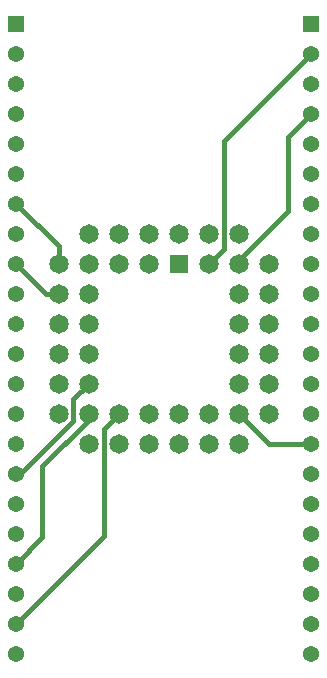
<source format=gbr>
%TF.GenerationSoftware,KiCad,Pcbnew,8.0.5*%
%TF.CreationDate,2024-10-23T12:28:46+01:00*%
%TF.ProjectId,PLCC to DIP 44 True,504c4343-2074-46f2-9044-495020343420,rev?*%
%TF.SameCoordinates,Original*%
%TF.FileFunction,Copper,L1,Top*%
%TF.FilePolarity,Positive*%
%FSLAX46Y46*%
G04 Gerber Fmt 4.6, Leading zero omitted, Abs format (unit mm)*
G04 Created by KiCad (PCBNEW 8.0.5) date 2024-10-23 12:28:46*
%MOMM*%
%LPD*%
G01*
G04 APERTURE LIST*
%TA.AperFunction,ComponentPad*%
%ADD10R,1.370000X1.370000*%
%TD*%
%TA.AperFunction,ComponentPad*%
%ADD11C,1.370000*%
%TD*%
%TA.AperFunction,ComponentPad*%
%ADD12R,1.650000X1.650000*%
%TD*%
%TA.AperFunction,ComponentPad*%
%ADD13C,1.650000*%
%TD*%
%TA.AperFunction,Conductor*%
%ADD14C,0.400000*%
%TD*%
%TA.AperFunction,Conductor*%
%ADD15C,0.200000*%
%TD*%
G04 APERTURE END LIST*
D10*
%TO.P,J2,01,01*%
%TO.N,Net-(J1-Pad1)*%
X117500000Y-56330000D03*
D11*
%TO.P,J2,02,02*%
%TO.N,Net-(J1-Pad2)*%
X117500000Y-58870000D03*
%TO.P,J2,03,03*%
%TO.N,Net-(J1-Pad3)*%
X117500000Y-61410000D03*
%TO.P,J2,04,04*%
%TO.N,Net-(J1-Pad4)*%
X117500000Y-63950000D03*
%TO.P,J2,05,05*%
%TO.N,Net-(J1-Pad5)*%
X117500000Y-66490000D03*
%TO.P,J2,06,06*%
%TO.N,Net-(J1-Pad6)*%
X117500000Y-69030000D03*
%TO.P,J2,07,07*%
%TO.N,Net-(J1-Pad7)*%
X117500000Y-71570000D03*
%TO.P,J2,08,08*%
%TO.N,Net-(J1-Pad8)*%
X117500000Y-74110000D03*
%TO.P,J2,09,09*%
%TO.N,Net-(J1-Pad9)*%
X117500000Y-76650000D03*
%TO.P,J2,10,10*%
%TO.N,Net-(J1-Pad10)*%
X117500000Y-79190000D03*
%TO.P,J2,11,11*%
%TO.N,Net-(J1-Pad11)*%
X117500000Y-81730000D03*
%TO.P,J2,12,12*%
%TO.N,Net-(J1-Pad12)*%
X117500000Y-84270000D03*
%TO.P,J2,13,13*%
%TO.N,Net-(J1-Pad13)*%
X117500000Y-86810000D03*
%TO.P,J2,14,14*%
%TO.N,Net-(J1-Pad14)*%
X117500000Y-89350000D03*
%TO.P,J2,15,15*%
%TO.N,Net-(J1-Pad15)*%
X117500000Y-91890000D03*
%TO.P,J2,16,16*%
%TO.N,Net-(J1-Pad16)*%
X117500000Y-94430000D03*
%TO.P,J2,17,17*%
%TO.N,Net-(J1-Pad17)*%
X117500000Y-96970000D03*
%TO.P,J2,18,18*%
%TO.N,Net-(J1-Pad18)*%
X117500000Y-99510000D03*
%TO.P,J2,19,19*%
%TO.N,Net-(J1-Pad19)*%
X117500000Y-102050000D03*
%TO.P,J2,20,20*%
%TO.N,Net-(J1-Pad20)*%
X117500000Y-104590000D03*
%TO.P,J2,21,21*%
%TO.N,Net-(J1-Pad21)*%
X117500000Y-107130000D03*
%TO.P,J2,22,22*%
%TO.N,Net-(J1-Pad22)*%
X117500000Y-109670000D03*
%TD*%
D10*
%TO.P,J3,01,01*%
%TO.N,Net-(J1-Pad44)*%
X142500000Y-56330000D03*
D11*
%TO.P,J3,02,02*%
%TO.N,Net-(J1-Pad43)*%
X142500000Y-58870000D03*
%TO.P,J3,03,03*%
%TO.N,Net-(J1-Pad42)*%
X142500000Y-61410000D03*
%TO.P,J3,04,04*%
%TO.N,Net-(J1-Pad41)*%
X142500000Y-63950000D03*
%TO.P,J3,05,05*%
%TO.N,Net-(J1-Pad40)*%
X142500000Y-66490000D03*
%TO.P,J3,06,06*%
%TO.N,Net-(J1-Pad39)*%
X142500000Y-69030000D03*
%TO.P,J3,07,07*%
%TO.N,Net-(J1-Pad38)*%
X142500000Y-71570000D03*
%TO.P,J3,08,08*%
%TO.N,Net-(J1-Pad37)*%
X142500000Y-74110000D03*
%TO.P,J3,09,09*%
%TO.N,Net-(J1-Pad36)*%
X142500000Y-76650000D03*
%TO.P,J3,10,10*%
%TO.N,Net-(J1-Pad35)*%
X142500000Y-79190000D03*
%TO.P,J3,11,11*%
%TO.N,Net-(J1-Pad34)*%
X142500000Y-81730000D03*
%TO.P,J3,12,12*%
%TO.N,Net-(J1-Pad33)*%
X142500000Y-84270000D03*
%TO.P,J3,13,13*%
%TO.N,Net-(J1-Pad32)*%
X142500000Y-86810000D03*
%TO.P,J3,14,14*%
%TO.N,Net-(J1-Pad31)*%
X142500000Y-89350000D03*
%TO.P,J3,15,15*%
%TO.N,Net-(J1-Pad30)*%
X142500000Y-91890000D03*
%TO.P,J3,16,16*%
%TO.N,Net-(J1-Pad29)*%
X142500000Y-94430000D03*
%TO.P,J3,17,17*%
%TO.N,Net-(J1-Pad28)*%
X142500000Y-96970000D03*
%TO.P,J3,18,18*%
%TO.N,Net-(J1-Pad27)*%
X142500000Y-99510000D03*
%TO.P,J3,19,19*%
%TO.N,Net-(J1-Pad26)*%
X142500000Y-102050000D03*
%TO.P,J3,20,20*%
%TO.N,Net-(J1-Pad25)*%
X142500000Y-104590000D03*
%TO.P,J3,21,21*%
%TO.N,Net-(J1-Pad24)*%
X142500000Y-107130000D03*
%TO.P,J3,22,22*%
%TO.N,Net-(J1-Pad23)*%
X142500000Y-109670000D03*
%TD*%
D12*
%TO.P,J1,1,1*%
%TO.N,Net-(J1-Pad1)*%
X131270000Y-76650000D03*
D13*
%TO.P,J1,2,2*%
%TO.N,Net-(J1-Pad2)*%
X128730000Y-74110000D03*
%TO.P,J1,3,3*%
%TO.N,Net-(J1-Pad3)*%
X128730000Y-76650000D03*
%TO.P,J1,4,4*%
%TO.N,Net-(J1-Pad4)*%
X126190000Y-74110000D03*
%TO.P,J1,5,5*%
%TO.N,Net-(J1-Pad5)*%
X126190000Y-76650000D03*
%TO.P,J1,6,6*%
%TO.N,Net-(J1-Pad6)*%
X123650000Y-74110000D03*
%TO.P,J1,7,7*%
%TO.N,Net-(J1-Pad7)*%
X121110000Y-76650000D03*
%TO.P,J1,8,8*%
%TO.N,Net-(J1-Pad8)*%
X123650000Y-76650000D03*
%TO.P,J1,9,9*%
%TO.N,Net-(J1-Pad9)*%
X121110000Y-79190000D03*
%TO.P,J1,10,10*%
%TO.N,Net-(J1-Pad10)*%
X123650000Y-79190000D03*
%TO.P,J1,11,11*%
%TO.N,Net-(J1-Pad11)*%
X121110000Y-81730000D03*
%TO.P,J1,12,12*%
%TO.N,Net-(J1-Pad12)*%
X123650000Y-81730000D03*
%TO.P,J1,13,13*%
%TO.N,Net-(J1-Pad13)*%
X121110000Y-84270000D03*
%TO.P,J1,14,14*%
%TO.N,Net-(J1-Pad14)*%
X123650000Y-84270000D03*
%TO.P,J1,15,15*%
%TO.N,Net-(J1-Pad15)*%
X121110000Y-86810000D03*
%TO.P,J1,16,16*%
%TO.N,Net-(J1-Pad16)*%
X123650000Y-86810000D03*
%TO.P,J1,17,17*%
%TO.N,Net-(J1-Pad17)*%
X121110000Y-89350000D03*
%TO.P,J1,18,18*%
%TO.N,Net-(J1-Pad18)*%
X123650000Y-91890000D03*
%TO.P,J1,19,19*%
%TO.N,Net-(J1-Pad19)*%
X123650000Y-89350000D03*
%TO.P,J1,20,20*%
%TO.N,Net-(J1-Pad20)*%
X126190000Y-91890000D03*
%TO.P,J1,21,21*%
%TO.N,Net-(J1-Pad21)*%
X126190000Y-89350000D03*
%TO.P,J1,22,22*%
%TO.N,Net-(J1-Pad22)*%
X128730000Y-91890000D03*
%TO.P,J1,23,23*%
%TO.N,Net-(J1-Pad23)*%
X128730000Y-89350000D03*
%TO.P,J1,24,24*%
%TO.N,Net-(J1-Pad24)*%
X131270000Y-91890000D03*
%TO.P,J1,25,25*%
%TO.N,Net-(J1-Pad25)*%
X131270000Y-89350000D03*
%TO.P,J1,26,26*%
%TO.N,Net-(J1-Pad26)*%
X133810000Y-91890000D03*
%TO.P,J1,27,27*%
%TO.N,Net-(J1-Pad27)*%
X133810000Y-89350000D03*
%TO.P,J1,28,28*%
%TO.N,Net-(J1-Pad28)*%
X136350000Y-91890000D03*
%TO.P,J1,29,29*%
%TO.N,Net-(J1-Pad29)*%
X138890000Y-89350000D03*
%TO.P,J1,30,30*%
%TO.N,Net-(J1-Pad30)*%
X136350000Y-89350000D03*
%TO.P,J1,31,31*%
%TO.N,Net-(J1-Pad31)*%
X138890000Y-86810000D03*
%TO.P,J1,32,32*%
%TO.N,Net-(J1-Pad32)*%
X136350000Y-86810000D03*
%TO.P,J1,33,33*%
%TO.N,Net-(J1-Pad33)*%
X138890000Y-84270000D03*
%TO.P,J1,34,34*%
%TO.N,Net-(J1-Pad34)*%
X136350000Y-84270000D03*
%TO.P,J1,35,35*%
%TO.N,Net-(J1-Pad35)*%
X138890000Y-81730000D03*
%TO.P,J1,36,36*%
%TO.N,Net-(J1-Pad36)*%
X136350000Y-81730000D03*
%TO.P,J1,37,37*%
%TO.N,Net-(J1-Pad37)*%
X138890000Y-79190000D03*
%TO.P,J1,38,38*%
%TO.N,Net-(J1-Pad38)*%
X136350000Y-79190000D03*
%TO.P,J1,39,39*%
%TO.N,Net-(J1-Pad39)*%
X138890000Y-76650000D03*
%TO.P,J1,40,40*%
%TO.N,Net-(J1-Pad40)*%
X136350000Y-74110000D03*
%TO.P,J1,41,41*%
%TO.N,Net-(J1-Pad41)*%
X136350000Y-76650000D03*
%TO.P,J1,42,42*%
%TO.N,Net-(J1-Pad42)*%
X133810000Y-74110000D03*
%TO.P,J1,43,43*%
%TO.N,Net-(J1-Pad43)*%
X133810000Y-76650000D03*
%TO.P,J1,44,44*%
%TO.N,Net-(J1-Pad44)*%
X131270000Y-74110000D03*
%TD*%
D14*
%TO.N,Net-(J1-Pad19)*%
X117500000Y-102050000D02*
X119723100Y-99826900D01*
X119723100Y-99826900D02*
X119723100Y-93776900D01*
X119723100Y-93776900D02*
X123650000Y-89850000D01*
X123650000Y-89850000D02*
X123650000Y-89350000D01*
%TO.N,Net-(J1-Pad16)*%
X123650000Y-86810000D02*
X122369247Y-88090753D01*
X122369247Y-88090753D02*
X122369247Y-89922829D01*
X117862076Y-94430000D02*
X117634500Y-94430000D01*
X122369247Y-89922829D02*
X117862076Y-94430000D01*
%TO.N,Net-(J1-Pad41)*%
X136350000Y-76650000D02*
X136350000Y-76364064D01*
X136350000Y-76364064D02*
X140500000Y-72214064D01*
X140500000Y-72214064D02*
X140500000Y-71895536D01*
X140500000Y-71895536D02*
X140500000Y-65950000D01*
X140500000Y-65950000D02*
X140945200Y-65504800D01*
X140945200Y-65504800D02*
X142500000Y-63950000D01*
%TO.N,Net-(J1-Pad43)*%
X135080000Y-66290000D02*
X142500000Y-58870000D01*
X135080000Y-75380000D02*
X135080000Y-66290000D01*
X133810000Y-76650000D02*
X135080000Y-75380000D01*
D15*
%TO.N,Net-(J1-Pad16)*%
X117634500Y-94430000D02*
X117500000Y-94430000D01*
D14*
%TO.N,Net-(J1-Pad9)*%
X120040000Y-79190000D02*
X117500000Y-76650000D01*
X121110000Y-79190000D02*
X120040000Y-79190000D01*
%TO.N,Net-(J1-Pad7)*%
X121110000Y-75180000D02*
X117500000Y-71570000D01*
X121110000Y-76650000D02*
X121110000Y-75180000D01*
%TO.N,Net-(J1-Pad30)*%
X138890000Y-91890000D02*
X142500000Y-91890000D01*
X136350000Y-89350000D02*
X138890000Y-91890000D01*
%TO.N,Net-(J1-Pad21)*%
X126190000Y-89350000D02*
X124920000Y-90620000D01*
X124920000Y-99710000D02*
X117500000Y-107130000D01*
X124920000Y-90620000D02*
X124920000Y-99710000D01*
%TD*%
M02*

</source>
